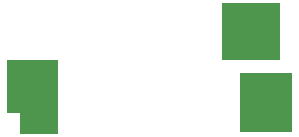
<source format=gbr>
%TF.GenerationSoftware,Altium Limited,Altium Designer,20.2.5 (213)*%
G04 Layer_Color=16711935*
%FSLAX26Y26*%
%MOIN*%
%TF.SameCoordinates,0FE6C2C3-B7F4-45EC-A48D-0F423D7CACB9*%
%TF.FilePolarity,Positive*%
%TF.FileFunction,Other,Mechanical_5*%
%TF.Part,Single*%
G01*
G75*
G36*
X1885039Y1658788D02*
X1883500D01*
Y1591001D01*
X1756500D01*
Y1658788D01*
X1714961D01*
Y1835213D01*
X1885039D01*
Y1658788D01*
D02*
G37*
G36*
X2491575Y1792315D02*
Y1596205D01*
X2663623D01*
Y1792315D01*
X2491575D01*
D02*
G37*
G36*
X2431141Y2027527D02*
Y1835417D01*
X2623251D01*
Y2027527D01*
X2431141D01*
D02*
G37*
%TF.MD5,a197bf1b0180f6cc33a25a45c9c8583c*%
M02*

</source>
